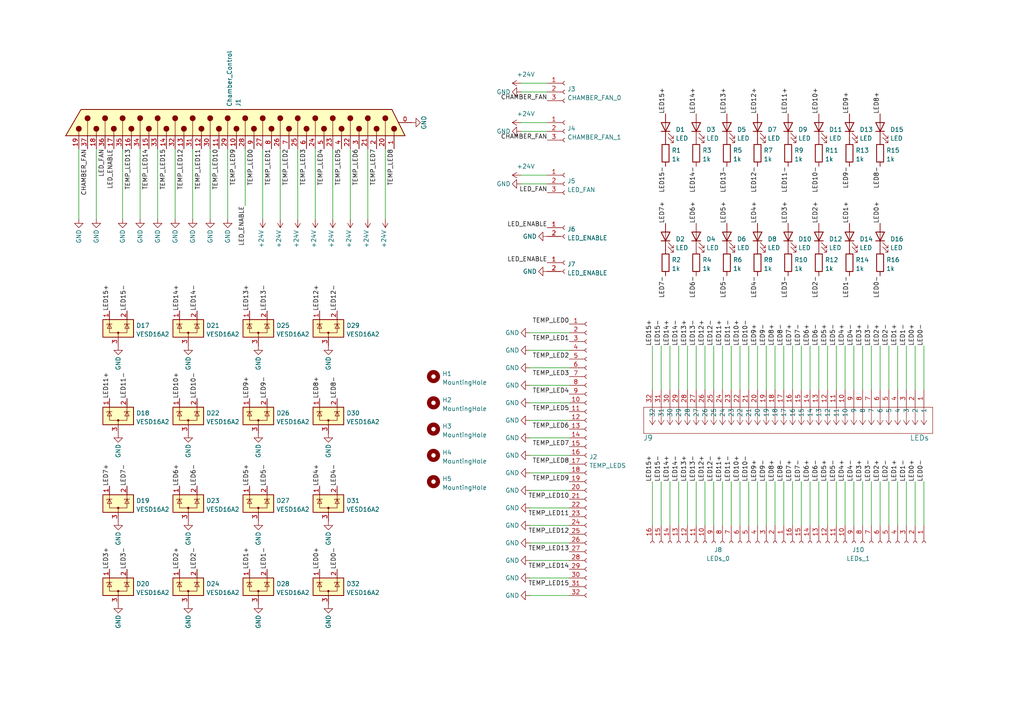
<source format=kicad_sch>
(kicad_sch (version 20211123) (generator eeschema)
  (paper "A4")
  (wire (pts (xy 66.04 43.18) (xy 66.04 63.5)))
  (wire (pts (xy 106.68 43.18) (xy 106.68 63.5)))
  (wire (pts (xy 204.47 139.7) (xy 204.47 152.4)))
  (wire (pts (xy 257.81 139.7) (xy 257.81 152.4)))
  (wire (pts (xy 214.63 100.33) (xy 214.63 113.03)))
  (wire (pts (xy 219.71 139.7) (xy 219.71 152.4)))
  (wire (pts (xy 222.25 139.7) (xy 222.25 152.4)))
  (wire (pts (xy 242.57 100.33) (xy 242.57 113.03)))
  (wire (pts (xy 153.67 137.16) (xy 165.1 137.16)))
  (wire (pts (xy 27.94 43.18) (xy 27.94 63.5)))
  (wire (pts (xy 224.79 100.33) (xy 224.79 113.03)))
  (wire (pts (xy 191.77 139.7) (xy 191.77 152.4)))
  (wire (pts (xy 60.96 43.18) (xy 60.96 63.5)))
  (wire (pts (xy 40.64 43.18) (xy 40.64 63.5)))
  (wire (pts (xy 201.93 139.7) (xy 201.93 152.4)))
  (wire (pts (xy 96.52 43.18) (xy 96.52 63.5)))
  (wire (pts (xy 153.67 116.84) (xy 165.1 116.84)))
  (wire (pts (xy 209.55 139.7) (xy 209.55 152.4)))
  (wire (pts (xy 260.35 139.7) (xy 260.35 152.4)))
  (wire (pts (xy 153.67 147.32) (xy 165.1 147.32)))
  (wire (pts (xy 199.39 139.7) (xy 199.39 152.4)))
  (wire (pts (xy 267.97 100.33) (xy 267.97 113.03)))
  (wire (pts (xy 153.67 152.4) (xy 165.1 152.4)))
  (wire (pts (xy 267.97 139.7) (xy 267.97 152.4)))
  (wire (pts (xy 207.01 139.7) (xy 207.01 152.4)))
  (wire (pts (xy 55.88 43.18) (xy 55.88 63.5)))
  (wire (pts (xy 151.13 38.1) (xy 158.75 38.1)))
  (wire (pts (xy 232.41 100.33) (xy 232.41 113.03)))
  (wire (pts (xy 35.56 43.18) (xy 35.56 63.5)))
  (wire (pts (xy 86.36 43.18) (xy 86.36 63.5)))
  (wire (pts (xy 189.23 100.33) (xy 189.23 113.03)))
  (wire (pts (xy 265.43 139.7) (xy 265.43 152.4)))
  (wire (pts (xy 217.17 139.7) (xy 217.17 152.4)))
  (wire (pts (xy 151.13 50.8) (xy 158.75 50.8)))
  (wire (pts (xy 255.27 100.33) (xy 255.27 113.03)))
  (wire (pts (xy 240.03 100.33) (xy 240.03 113.03)))
  (wire (pts (xy 262.89 100.33) (xy 262.89 113.03)))
  (wire (pts (xy 71.12 43.18) (xy 71.12 59.69)))
  (wire (pts (xy 255.27 139.7) (xy 255.27 152.4)))
  (wire (pts (xy 227.33 100.33) (xy 227.33 113.03)))
  (wire (pts (xy 153.67 172.72) (xy 165.1 172.72)))
  (wire (pts (xy 247.65 139.7) (xy 247.65 152.4)))
  (wire (pts (xy 151.13 53.34) (xy 158.75 53.34)))
  (wire (pts (xy 153.67 132.08) (xy 165.1 132.08)))
  (wire (pts (xy 240.03 139.7) (xy 240.03 152.4)))
  (wire (pts (xy 237.49 139.7) (xy 237.49 152.4)))
  (wire (pts (xy 229.87 100.33) (xy 229.87 113.03)))
  (wire (pts (xy 212.09 139.7) (xy 212.09 152.4)))
  (wire (pts (xy 151.13 24.13) (xy 158.75 24.13)))
  (wire (pts (xy 265.43 100.33) (xy 265.43 113.03)))
  (wire (pts (xy 153.67 167.64) (xy 165.1 167.64)))
  (wire (pts (xy 151.13 26.67) (xy 158.75 26.67)))
  (wire (pts (xy 222.25 100.33) (xy 222.25 113.03)))
  (wire (pts (xy 204.47 100.33) (xy 204.47 113.03)))
  (wire (pts (xy 219.71 100.33) (xy 219.71 113.03)))
  (wire (pts (xy 227.33 139.7) (xy 227.33 152.4)))
  (wire (pts (xy 189.23 139.7) (xy 189.23 152.4)))
  (wire (pts (xy 50.8 43.18) (xy 50.8 63.5)))
  (wire (pts (xy 194.31 100.33) (xy 194.31 113.03)))
  (wire (pts (xy 199.39 100.33) (xy 199.39 113.03)))
  (wire (pts (xy 250.19 139.7) (xy 250.19 152.4)))
  (wire (pts (xy 111.76 43.18) (xy 111.76 63.5)))
  (wire (pts (xy 191.77 100.33) (xy 191.77 113.03)))
  (wire (pts (xy 234.95 139.7) (xy 234.95 152.4)))
  (wire (pts (xy 153.67 121.92) (xy 165.1 121.92)))
  (wire (pts (xy 207.01 100.33) (xy 207.01 113.03)))
  (wire (pts (xy 196.85 100.33) (xy 196.85 113.03)))
  (wire (pts (xy 260.35 100.33) (xy 260.35 113.03)))
  (wire (pts (xy 252.73 100.33) (xy 252.73 113.03)))
  (wire (pts (xy 245.11 100.33) (xy 245.11 113.03)))
  (wire (pts (xy 153.67 127) (xy 165.1 127)))
  (wire (pts (xy 196.85 139.7) (xy 196.85 152.4)))
  (wire (pts (xy 224.79 139.7) (xy 224.79 152.4)))
  (wire (pts (xy 153.67 162.56) (xy 165.1 162.56)))
  (wire (pts (xy 212.09 100.33) (xy 212.09 113.03)))
  (wire (pts (xy 217.17 100.33) (xy 217.17 113.03)))
  (wire (pts (xy 237.49 100.33) (xy 237.49 113.03)))
  (wire (pts (xy 153.67 106.68) (xy 165.1 106.68)))
  (wire (pts (xy 81.28 43.18) (xy 81.28 63.5)))
  (wire (pts (xy 234.95 100.33) (xy 234.95 113.03)))
  (wire (pts (xy 229.87 139.7) (xy 229.87 152.4)))
  (wire (pts (xy 214.63 139.7) (xy 214.63 152.4)))
  (wire (pts (xy 153.67 142.24) (xy 165.1 142.24)))
  (wire (pts (xy 153.67 111.76) (xy 165.1 111.76)))
  (wire (pts (xy 232.41 139.7) (xy 232.41 152.4)))
  (wire (pts (xy 45.72 43.18) (xy 45.72 63.5)))
  (wire (pts (xy 247.65 100.33) (xy 247.65 113.03)))
  (wire (pts (xy 91.44 43.18) (xy 91.44 63.5)))
  (wire (pts (xy 250.19 100.33) (xy 250.19 113.03)))
  (wire (pts (xy 151.13 35.56) (xy 158.75 35.56)))
  (wire (pts (xy 201.93 100.33) (xy 201.93 113.03)))
  (wire (pts (xy 153.67 101.6) (xy 165.1 101.6)))
  (wire (pts (xy 262.89 139.7) (xy 262.89 152.4)))
  (wire (pts (xy 153.67 157.48) (xy 165.1 157.48)))
  (wire (pts (xy 101.6 43.18) (xy 101.6 63.5)))
  (wire (pts (xy 76.2 43.18) (xy 76.2 63.5)))
  (wire (pts (xy 22.86 43.18) (xy 22.86 63.5)))
  (wire (pts (xy 245.11 139.7) (xy 245.11 152.4)))
  (wire (pts (xy 252.73 139.7) (xy 252.73 152.4)))
  (wire (pts (xy 257.81 100.33) (xy 257.81 113.03)))
  (wire (pts (xy 242.57 139.7) (xy 242.57 152.4)))
  (wire (pts (xy 153.67 96.52) (xy 165.1 96.52)))
  (wire (pts (xy 194.31 139.7) (xy 194.31 152.4)))
  (wire (pts (xy 209.55 100.33) (xy 209.55 113.03)))
  (label "LED9-" (at 77.47 115.57 90))
  (label "TEMP_LED4" (at 93.98 43.18 270))
  (label "LED_FAN" (at 30.48 43.18 270))
  (label "TEMP_LED8" (at 165.1 134.62 180))
  (label "LED6-" (at 57.15 140.97 90))
  (label "TEMP_LED8" (at 114.3 43.18 270))
  (label "CHAMBER_FAN" (at 158.75 29.21 180))
  (label "TEMP_LED5" (at 165.1 119.38 180))
  (label "LED13-" (at 77.47 90.17 90))
  (label "TEMP_LED9" (at 165.1 139.7 180))
  (label "LED11-" (at 212.09 100.33 90))
  (label "LED3-" (at 252.73 139.7 90))
  (label "LED5+" (at 240.03 100.33 90))
  (label "LED8-" (at 227.33 139.7 90))
  (label "LED13+" (at 199.39 100.33 90))
  (label "LED12+" (at 204.47 100.33 90))
  (label "LED12-" (at 207.01 100.33 90))
  (label "LED2-" (at 257.81 100.33 90))
  (label "LED7-" (at 232.41 100.33 90))
  (label "LED11-" (at 36.83 115.57 90))
  (label "LED15+" (at 189.23 139.7 90))
  (label "LED6+" (at 52.07 140.97 90))
  (label "LED6+" (at 201.93 64.77 90))
  (label "LED1-" (at 77.47 165.1 90))
  (label "LED14+" (at 194.31 139.7 90))
  (label "TEMP_LED3" (at 88.9 43.18 270))
  (label "LED10+" (at 52.07 115.57 90))
  (label "LED14-" (at 196.85 139.7 90))
  (label "LED9+" (at 219.71 100.33 90))
  (label "LED12-" (at 207.01 139.7 90))
  (label "LED8+" (at 224.79 139.7 90))
  (label "LED3+" (at 250.19 100.33 90))
  (label "LED_FAN" (at 158.75 55.88 180))
  (label "LED10-" (at 237.49 48.26 270))
  (label "LED2+" (at 237.49 64.77 90))
  (label "LED5-" (at 210.82 80.01 270))
  (label "LED3-" (at 36.83 165.1 90))
  (label "LED8+" (at 92.71 115.57 90))
  (label "LED1+" (at 260.35 100.33 90))
  (label "LED14+" (at 52.07 90.17 90))
  (label "TEMP_LED15" (at 48.26 43.18 270))
  (label "LED14-" (at 201.93 48.26 270))
  (label "TEMP_LED10" (at 63.5 43.18 270))
  (label "TEMP_LED2" (at 83.82 43.18 270))
  (label "LED5-" (at 242.57 139.7 90))
  (label "LED9-" (at 222.25 100.33 90))
  (label "TEMP_LED14" (at 165.1 165.1 180))
  (label "TEMP_LED2" (at 165.1 104.14 180))
  (label "LED9-" (at 246.38 48.26 270))
  (label "LED_ENABLE" (at 71.12 59.69 270))
  (label "LED0+" (at 92.71 165.1 90))
  (label "LED9+" (at 72.39 115.57 90))
  (label "LED13-" (at 210.82 48.26 270))
  (label "LED2-" (at 257.81 139.7 90))
  (label "LED11+" (at 228.6 33.02 90))
  (label "TEMP_LED5" (at 99.06 43.18 270))
  (label "LED_ENABLE" (at 158.75 76.2 180))
  (label "LED1-" (at 262.89 139.7 90))
  (label "LED2+" (at 255.27 139.7 90))
  (label "LED11-" (at 228.6 48.26 270))
  (label "LED7+" (at 193.04 64.77 90))
  (label "TEMP_LED1" (at 165.1 99.06 180))
  (label "LED3-" (at 252.73 100.33 90))
  (label "LED1-" (at 246.38 80.01 270))
  (label "LED1-" (at 262.89 100.33 90))
  (label "LED12+" (at 92.71 90.17 90))
  (label "LED9+" (at 219.71 139.7 90))
  (label "LED5-" (at 77.47 140.97 90))
  (label "LED1+" (at 260.35 139.7 90))
  (label "TEMP_LED6" (at 165.1 124.46 180))
  (label "LED0-" (at 267.97 139.7 90))
  (label "TEMP_LED10" (at 165.1 144.78 180))
  (label "LED12+" (at 204.47 139.7 90))
  (label "LED3-" (at 228.6 80.01 270))
  (label "LED8-" (at 255.27 48.26 270))
  (label "TEMP_LED13" (at 165.1 160.02 180))
  (label "TEMP_LED12" (at 53.34 43.18 270))
  (label "TEMP_LED12" (at 165.1 154.94 180))
  (label "LED1+" (at 72.39 165.1 90))
  (label "LED13-" (at 201.93 139.7 90))
  (label "TEMP_LED15" (at 165.1 170.18 180))
  (label "LED6-" (at 237.49 100.33 90))
  (label "TEMP_LED1" (at 78.74 43.18 270))
  (label "TEMP_LED0" (at 73.66 43.18 270))
  (label "LED5+" (at 210.82 64.77 90))
  (label "LED11+" (at 31.75 115.57 90))
  (label "LED15-" (at 191.77 139.7 90))
  (label "LED2-" (at 57.15 165.1 90))
  (label "LED_ENABLE" (at 158.75 66.04 180))
  (label "CHAMBER_FAN" (at 25.4 43.18 270))
  (label "LED3+" (at 250.19 139.7 90))
  (label "LED4-" (at 219.71 80.01 270))
  (label "LED2-" (at 237.49 80.01 270))
  (label "LED11+" (at 209.55 100.33 90))
  (label "LED10-" (at 57.15 115.57 90))
  (label "LED2+" (at 52.07 165.1 90))
  (label "LED14-" (at 57.15 90.17 90))
  (label "LED8+" (at 224.79 100.33 90))
  (label "LED8-" (at 97.79 115.57 90))
  (label "LED7-" (at 232.41 139.7 90))
  (label "LED4+" (at 245.11 139.7 90))
  (label "LED10+" (at 214.63 100.33 90))
  (label "LED6+" (at 234.95 100.33 90))
  (label "LED14+" (at 201.93 33.02 90))
  (label "LED4+" (at 219.71 64.77 90))
  (label "LED0+" (at 255.27 64.77 90))
  (label "LED14+" (at 194.31 100.33 90))
  (label "LED7+" (at 31.75 140.97 90))
  (label "LED14-" (at 196.85 100.33 90))
  (label "LED3+" (at 228.6 64.77 90))
  (label "LED15+" (at 31.75 90.17 90))
  (label "LED7-" (at 36.83 140.97 90))
  (label "TEMP_LED14" (at 43.18 43.18 270))
  (label "LED10-" (at 217.17 100.33 90))
  (label "LED11+" (at 209.55 139.7 90))
  (label "LED8+" (at 255.27 33.02 90))
  (label "LED15+" (at 189.23 100.33 90))
  (label "LED13-" (at 201.93 100.33 90))
  (label "LED7+" (at 229.87 139.7 90))
  (label "LED2+" (at 255.27 100.33 90))
  (label "TEMP_LED11" (at 58.42 43.18 270))
  (label "TEMP_LED7" (at 165.1 129.54 180))
  (label "TEMP_LED3" (at 165.1 109.22 180))
  (label "LED15-" (at 191.77 100.33 90))
  (label "LED4+" (at 245.11 100.33 90))
  (label "LED10-" (at 217.17 139.7 90))
  (label "LED15-" (at 193.04 48.26 270))
  (label "LED9+" (at 246.38 33.02 90))
  (label "LED6-" (at 237.49 139.7 90))
  (label "LED8-" (at 227.33 100.33 90))
  (label "LED11-" (at 212.09 139.7 90))
  (label "TEMP_LED0" (at 165.1 93.98 180))
  (label "CHAMBER_FAN" (at 158.75 40.64 180))
  (label "LED10+" (at 214.63 139.7 90))
  (label "TEMP_LED6" (at 104.14 43.18 270))
  (label "TEMP_LED11" (at 165.1 149.86 180))
  (label "LED1+" (at 246.38 64.77 90))
  (label "LED12-" (at 97.79 90.17 90))
  (label "LED12-" (at 219.71 48.26 270))
  (label "TEMP_LED13" (at 38.1 43.18 270))
  (label "LED5-" (at 242.57 100.33 90))
  (label "LED_ENABLE" (at 33.02 43.18 270))
  (label "LED5+" (at 240.03 139.7 90))
  (label "LED13+" (at 210.82 33.02 90))
  (label "LED5+" (at 72.39 140.97 90))
  (label "LED4+" (at 92.71 140.97 90))
  (label "LED13+" (at 72.39 90.17 90))
  (label "LED7+" (at 229.87 100.33 90))
  (label "LED4-" (at 97.79 140.97 90))
  (label "LED3+" (at 31.75 165.1 90))
  (label "LED10+" (at 237.49 33.02 90))
  (label "LED6+" (at 234.95 139.7 90))
  (label "LED4-" (at 247.65 100.33 90))
  (label "LED0-" (at 255.27 80.01 270))
  (label "TEMP_LED9" (at 68.58 43.18 270))
  (label "LED13+" (at 199.39 139.7 90))
  (label "LED0-" (at 97.79 165.1 90))
  (label "LED15-" (at 36.83 90.17 90))
  (label "LED4-" (at 247.65 139.7 90))
  (label "LED0+" (at 265.43 139.7 90))
  (label "LED9-" (at 222.25 139.7 90))
  (label "LED0-" (at 267.97 100.33 90))
  (label "LED12+" (at 219.71 33.02 90))
  (label "TEMP_LED7" (at 109.22 43.18 270))
  (label "LED0+" (at 265.43 100.33 90))
  (label "TEMP_LED4" (at 165.1 114.3 180))
  (label "LED6-" (at 201.93 80.01 270))
  (label "LED15+" (at 193.04 33.02 90))
  (label "LED7-" (at 193.04 80.01 270))
  (symbol (lib_id "713-1436_037-000:713-1436_037-000") (at 267.97 113.03 270) (unit 1)
    (property "Reference" "J9" (at 187.96 127 90) (effects (font (size 1.524 1.524))))
    (property "Value" "LEDs" (at 266.7 127 90) (effects (font (size 1.524 1.524))))
    (property "Footprint" "custom_lib:CONN_713-1436&slash_037-000_WAG" (effects hide))
    (property "Datasheet" "713-1436/037-000" (effects hide))
  )
  (symbol (lib_id "Device:R") (at 210.82 44.45 0) (unit 1)
    (property "Reference" "R5" (at 212.598 43.6153 0) (effects (justify left)))
    (property "Value" "1k" (at 212.598 46.1522 0) (effects (justify left)))
    (property "Footprint" "Resistor_SMD:R_0603_1608Metric_Pad0.98x0.95mm_HandSolder" (effects hide))
  )
  (symbol (lib_id "Device:LED") (at 201.93 68.58 90) (unit 1)
    (property "Reference" "D4" (at 204.851 69.3328 90) (effects (justify right)))
    (property "Value" "LED" (at 204.851 71.8697 90) (effects (justify right)))
    (property "Footprint" "LED_SMD:LED_0805_2012Metric_Pad1.15x1.40mm_HandSolder" (effects hide))
  )
  (symbol (lib_id "Device:LED") (at 210.82 36.83 90) (unit 1)
    (property "Reference" "D5" (at 213.741 37.5828 90) (effects (justify right)))
    (property "Value" "LED" (at 213.741 40.1197 90) (effects (justify right)))
    (property "Footprint" "LED_SMD:LED_0805_2012Metric_Pad1.15x1.40mm_HandSolder" (effects hide))
  )
  (symbol (lib_id "power:GND") (at 95.25 175.26 0) (unit 1)
    (property "Reference" "#PWR0145" (effects hide))
    (property "Value" "GND" (at 95.25 180.34 90))
  )
  (symbol (lib_id "power:+24V") (at 76.2 63.5 180) (unit 1)
    (property "Reference" "#PWR0118" (effects hide))
    (property "Value" "+24V" (at 75.7662 66.675 90) (effects (justify left)))
  )
  (symbol (lib_id "Device:LED") (at 210.82 68.58 90) (unit 1)
    (property "Reference" "D6" (at 213.741 69.3328 90) (effects (justify right)))
    (property "Value" "LED" (at 213.741 71.8697 90) (effects (justify right)))
    (property "Footprint" "LED_SMD:LED_0805_2012Metric_Pad1.15x1.40mm_HandSolder" (effects hide))
  )
  (symbol (lib_id "power:GND") (at 74.93 100.33 0) (unit 1)
    (property "Reference" "#PWR0147" (effects hide))
    (property "Value" "GND" (at 74.93 105.41 90))
  )
  (symbol (lib_id "Device:R") (at 246.38 76.2 0) (unit 1)
    (property "Reference" "R14" (at 248.158 75.3653 0) (effects (justify left)))
    (property "Value" "1k" (at 248.158 77.9022 0) (effects (justify left)))
    (property "Footprint" "Resistor_SMD:R_0603_1608Metric_Pad0.98x0.95mm_HandSolder" (effects hide))
  )
  (symbol (lib_id "power:GND") (at 54.61 100.33 0) (unit 1)
    (property "Reference" "#PWR0148" (effects hide))
    (property "Value" "GND" (at 54.61 105.41 90))
  )
  (symbol (lib_id "Device:LED") (at 219.71 36.83 90) (unit 1)
    (property "Reference" "D7" (at 222.631 37.5828 90) (effects (justify right)))
    (property "Value" "LED" (at 222.631 40.1197 90) (effects (justify right)))
    (property "Footprint" "LED_SMD:LED_0805_2012Metric_Pad1.15x1.40mm_HandSolder" (effects hide))
  )
  (symbol (lib_id "Connector:Conn_01x16_Female") (at 209.55 157.48 270) (unit 1)
    (property "Reference" "J8" (at 208.28 159.4596 90))
    (property "Value" "LEDs_0" (at 208.28 161.9965 90))
    (property "Footprint" "Connector_PinHeader_2.54mm:PinHeader_1x16_P2.54mm_Vertical" (effects hide))
  )
  (symbol (lib_id "power:GND") (at 95.25 125.73 0) (unit 1)
    (property "Reference" "#PWR0158" (effects hide))
    (property "Value" "GND" (at 95.25 130.81 90))
  )
  (symbol (lib_id "power:+24V") (at 106.68 63.5 180) (unit 1)
    (property "Reference" "#PWR0114" (effects hide))
    (property "Value" "+24V" (at 106.2462 66.675 90) (effects (justify left)))
  )
  (symbol (lib_id "power:GND") (at 34.29 151.13 0) (unit 1)
    (property "Reference" "#PWR0152" (effects hide))
    (property "Value" "GND" (at 34.29 156.21 90))
  )
  (symbol (lib_id "power:GND") (at 54.61 175.26 0) (unit 1)
    (property "Reference" "#PWR0144" (effects hide))
    (property "Value" "GND" (at 54.61 180.34 90))
  )
  (symbol (lib_id "Device:LED") (at 193.04 68.58 90) (unit 1)
    (property "Reference" "D2" (at 195.961 69.3328 90) (effects (justify right)))
    (property "Value" "LED" (at 195.961 71.8697 90) (effects (justify right)))
    (property "Footprint" "LED_SMD:LED_0805_2012Metric_Pad1.15x1.40mm_HandSolder" (effects hide))
  )
  (symbol (lib_id "Device:LED") (at 255.27 36.83 90) (unit 1)
    (property "Reference" "D15" (at 258.191 37.5828 90) (effects (justify right)))
    (property "Value" "LED" (at 258.191 40.1197 90) (effects (justify right)))
    (property "Footprint" "LED_SMD:LED_0805_2012Metric_Pad1.15x1.40mm_HandSolder" (effects hide))
  )
  (symbol (lib_id "Power_Protection:SP0502BAHT") (at 54.61 120.65 0) (unit 1)
    (property "Reference" "D22" (at 59.817 119.8153 0) (effects (justify left)))
    (property "Value" "VESD16A2" (at 59.817 122.3522 0) (effects (justify left)))
    (property "Footprint" "Package_TO_SOT_SMD:SOT-23" (effects hide))
    (property "Datasheet" "http://www.littelfuse.com/~/media/files/littelfuse/technical%20resources/documents/data%20sheets/sp05xxba.pdf" (effects hide))
  )
  (symbol (lib_id "Mechanical:MountingHole") (at 125.73 124.46 0) (unit 1)
    (property "Reference" "H3" (at 128.27 123.6253 0) (effects (justify left)))
    (property "Value" "MountingHole" (at 128.27 126.1622 0) (effects (justify left)))
    (property "Footprint" "MountingHole:MountingHole_3.2mm_M3" (effects hide))
  )
  (symbol (lib_id "power:GND") (at 153.67 167.64 270) (unit 1)
    (property "Reference" "#PWR0131" (effects hide))
    (property "Value" "GND" (at 148.59 167.64 90))
  )
  (symbol (lib_id "power:GND") (at 153.67 111.76 270) (unit 1)
    (property "Reference" "#PWR0139" (effects hide))
    (property "Value" "GND" (at 148.59 111.76 90))
  )
  (symbol (lib_id "power:GND") (at 158.75 78.74 270) (unit 1)
    (property "Reference" "#PWR0122" (effects hide))
    (property "Value" "GND" (at 153.67 78.74 90))
  )
  (symbol (lib_id "power:GND") (at 153.67 157.48 270) (unit 1)
    (property "Reference" "#PWR0128" (effects hide))
    (property "Value" "GND" (at 148.59 157.48 90))
  )
  (symbol (lib_id "Mechanical:MountingHole") (at 125.73 132.08 0) (unit 1)
    (property "Reference" "H4" (at 128.27 131.2453 0) (effects (justify left)))
    (property "Value" "MountingHole" (at 128.27 133.7822 0) (effects (justify left)))
    (property "Footprint" "MountingHole:MountingHole_3.2mm_M3" (effects hide))
  )
  (symbol (lib_id "Device:LED") (at 246.38 36.83 90) (unit 1)
    (property "Reference" "D13" (at 249.301 37.5828 90) (effects (justify right)))
    (property "Value" "LED" (at 249.301 40.1197 90) (effects (justify right)))
    (property "Footprint" "LED_SMD:LED_0805_2012Metric_Pad1.15x1.40mm_HandSolder" (effects hide))
  )
  (symbol (lib_id "Device:LED") (at 237.49 36.83 90) (unit 1)
    (property "Reference" "D11" (at 240.411 37.5828 90) (effects (justify right)))
    (property "Value" "LED" (at 240.411 40.1197 90) (effects (justify right)))
    (property "Footprint" "LED_SMD:LED_0805_2012Metric_Pad1.15x1.40mm_HandSolder" (effects hide))
  )
  (symbol (lib_id "Power_Protection:SP0502BAHT") (at 54.61 95.25 0) (unit 1)
    (property "Reference" "D21" (at 59.817 94.4153 0) (effects (justify left)))
    (property "Value" "VESD16A2" (at 59.817 96.9522 0) (effects (justify left)))
    (property "Footprint" "Package_TO_SOT_SMD:SOT-23" (effects hide))
    (property "Datasheet" "http://www.littelfuse.com/~/media/files/littelfuse/technical%20resources/documents/data%20sheets/sp05xxba.pdf" (effects hide))
  )
  (symbol (lib_id "Device:R") (at 219.71 44.45 0) (unit 1)
    (property "Reference" "R7" (at 221.488 43.6153 0) (effects (justify left)))
    (property "Value" "1k" (at 221.488 46.1522 0) (effects (justify left)))
    (property "Footprint" "Resistor_SMD:R_0603_1608Metric_Pad0.98x0.95mm_HandSolder" (effects hide))
  )
  (symbol (lib_id "power:GND") (at 151.13 53.34 270) (unit 1)
    (property "Reference" "#PWR0119" (effects hide))
    (property "Value" "GND" (at 146.05 53.34 90))
  )
  (symbol (lib_id "Power_Protection:SP0502BAHT") (at 34.29 120.65 0) (unit 1)
    (property "Reference" "D18" (at 39.497 119.8153 0) (effects (justify left)))
    (property "Value" "VESD16A2" (at 39.497 122.3522 0) (effects (justify left)))
    (property "Footprint" "Package_TO_SOT_SMD:SOT-23" (effects hide))
    (property "Datasheet" "http://www.littelfuse.com/~/media/files/littelfuse/technical%20resources/documents/data%20sheets/sp05xxba.pdf" (effects hide))
  )
  (symbol (lib_id "power:GND") (at 45.72 63.5 0) (unit 1)
    (property "Reference" "#PWR0107" (effects hide))
    (property "Value" "GND" (at 45.72 68.58 90))
  )
  (symbol (lib_id "power:GND") (at 119.38 35.56 90) (unit 1)
    (property "Reference" "#PWR0108" (effects hide))
    (property "Value" "GND" (at 122.9558 35.56 0))
  )
  (symbol (lib_id "power:GND") (at 153.67 172.72 270) (unit 1)
    (property "Reference" "#PWR0130" (effects hide))
    (property "Value" "GND" (at 148.59 172.72 90))
  )
  (symbol (lib_id "power:+24V") (at 151.13 24.13 90) (unit 1)
    (property "Reference" "#PWR0126" (effects hide))
    (property "Value" "+24V" (at 149.86 21.59 90) (effects (justify right)))
  )
  (symbol (lib_id "Power_Protection:SP0502BAHT") (at 34.29 170.18 0) (unit 1)
    (property "Reference" "D20" (at 39.497 169.3453 0) (effects (justify left)))
    (property "Value" "VESD16A2" (at 39.497 171.8822 0) (effects (justify left)))
    (property "Footprint" "Package_TO_SOT_SMD:SOT-23" (effects hide))
    (property "Datasheet" "http://www.littelfuse.com/~/media/files/littelfuse/technical%20resources/documents/data%20sheets/sp05xxba.pdf" (effects hide))
  )
  (symbol (lib_id "power:GND") (at 54.61 151.13 0) (unit 1)
    (property "Reference" "#PWR0153" (effects hide))
    (property "Value" "GND" (at 54.61 156.21 90))
  )
  (symbol (lib_id "Connector:Conn_01x03_Female") (at 163.83 38.1 0) (unit 1)
    (property "Reference" "J4" (at 164.5412 37.2653 0) (effects (justify left)))
    (property "Value" "CHAMBER_FAN_1" (at 164.5412 39.8022 0) (effects (justify left)))
    (property "Footprint" "Connector_PinHeader_2.54mm:PinHeader_1x03_P2.54mm_Vertical" (effects hide))
  )
  (symbol (lib_id "power:GND") (at 74.93 125.73 0) (unit 1)
    (property "Reference" "#PWR0149" (effects hide))
    (property "Value" "GND" (at 74.93 130.81 90))
  )
  (symbol (lib_id "Device:R") (at 228.6 76.2 0) (unit 1)
    (property "Reference" "R10" (at 230.378 75.3653 0) (effects (justify left)))
    (property "Value" "1k" (at 230.378 77.9022 0) (effects (justify left)))
    (property "Footprint" "Resistor_SMD:R_0603_1608Metric_Pad0.98x0.95mm_HandSolder" (effects hide))
  )
  (symbol (lib_id "power:GND") (at 153.67 106.68 270) (unit 1)
    (property "Reference" "#PWR0142" (effects hide))
    (property "Value" "GND" (at 148.59 106.68 90))
  )
  (symbol (lib_id "power:GND") (at 40.64 63.5 0) (unit 1)
    (property "Reference" "#PWR0105" (effects hide))
    (property "Value" "GND" (at 40.64 68.58 90))
  )
  (symbol (lib_id "power:GND") (at 95.25 151.13 0) (unit 1)
    (property "Reference" "#PWR0151" (effects hide))
    (property "Value" "GND" (at 95.25 156.21 90))
  )
  (symbol (lib_id "power:GND") (at 66.04 63.5 0) (unit 1)
    (property "Reference" "#PWR0110" (effects hide))
    (property "Value" "GND" (at 66.04 68.58 90))
  )
  (symbol (lib_id "power:GND") (at 22.86 63.5 0) (unit 1)
    (property "Reference" "#PWR0102" (effects hide))
    (property "Value" "GND" (at 22.86 68.58 90))
  )
  (symbol (lib_id "power:GND") (at 153.67 96.52 270) (unit 1)
    (property "Reference" "#PWR0140" (effects hide))
    (property "Value" "GND" (at 148.59 96.52 90))
  )
  (symbol (lib_id "Connector:Conn_01x02_Female") (at 163.83 76.2 0) (unit 1)
    (property "Reference" "J7" (at 164.5412 76.6353 0) (effects (justify left)))
    (property "Value" "LED_ENABLE" (at 164.5412 79.1722 0) (effects (justify left)))
    (property "Footprint" "Connector_PinHeader_2.54mm:PinHeader_1x02_P2.54mm_Vertical" (effects hide))
  )
  (symbol (lib_id "power:GND") (at 153.67 142.24 270) (unit 1)
    (property "Reference" "#PWR0133" (effects hide))
    (property "Value" "GND" (at 148.59 142.24 90))
  )
  (symbol (lib_id "power:GND") (at 151.13 38.1 270) (unit 1)
    (property "Reference" "#PWR0124" (effects hide))
    (property "Value" "GND" (at 146.05 38.1 90))
  )
  (symbol (lib_id "power:GND") (at 27.94 63.5 0) (unit 1)
    (property "Reference" "#PWR0101" (effects hide))
    (property "Value" "GND" (at 27.94 68.58 90))
  )
  (symbol (lib_id "Device:LED") (at 246.38 68.58 90) (unit 1)
    (property "Reference" "D14" (at 249.301 69.3328 90) (effects (justify right)))
    (property "Value" "LED" (at 249.301 71.8697 90) (effects (justify right)))
    (property "Footprint" "LED_SMD:LED_0805_2012Metric_Pad1.15x1.40mm_HandSolder" (effects hide))
  )
  (symbol (lib_id "Power_Protection:SP0502BAHT") (at 74.93 95.25 0) (unit 1)
    (property "Reference" "D25" (at 80.137 94.4153 0) (effects (justify left)))
    (property "Value" "VESD16A2" (at 80.137 96.9522 0) (effects (justify left)))
    (property "Footprint" "Package_TO_SOT_SMD:SOT-23" (effects hide))
    (property "Datasheet" "http://www.littelfuse.com/~/media/files/littelfuse/technical%20resources/documents/data%20sheets/sp05xxba.pdf" (effects hide))
  )
  (symbol (lib_id "power:GND") (at 35.56 63.5 0) (unit 1)
    (property "Reference" "#PWR0103" (effects hide))
    (property "Value" "GND" (at 35.56 68.58 90))
  )
  (symbol (lib_id "Mechanical:MountingHole") (at 125.73 116.84 0) (unit 1)
    (property "Reference" "H2" (at 128.27 116.0053 0) (effects (justify left)))
    (property "Value" "MountingHole" (at 128.27 118.5422 0) (effects (justify left)))
    (property "Footprint" "MountingHole:MountingHole_3.2mm_M3" (effects hide))
  )
  (symbol (lib_id "Power_Protection:SP0502BAHT") (at 34.29 146.05 0) (unit 1)
    (property "Reference" "D19" (at 39.497 145.2153 0) (effects (justify left)))
    (property "Value" "VESD16A2" (at 39.497 147.7522 0) (effects (justify left)))
    (property "Footprint" "Package_TO_SOT_SMD:SOT-23" (effects hide))
    (property "Datasheet" "http://www.littelfuse.com/~/media/files/littelfuse/technical%20resources/documents/data%20sheets/sp05xxba.pdf" (effects hide))
  )
  (symbol (lib_id "power:GND") (at 151.13 26.67 270) (unit 1)
    (property "Reference" "#PWR0125" (effects hide))
    (property "Value" "GND" (at 146.05 26.67 90))
  )
  (symbol (lib_id "Power_Protection:SP0502BAHT") (at 54.61 170.18 0) (unit 1)
    (property "Reference" "D24" (at 59.817 169.3453 0) (effects (justify left)))
    (property "Value" "VESD16A2" (at 59.817 171.8822 0) (effects (justify left)))
    (property "Footprint" "Package_TO_SOT_SMD:SOT-23" (effects hide))
    (property "Datasheet" "http://www.littelfuse.com/~/media/files/littelfuse/technical%20resources/documents/data%20sheets/sp05xxba.pdf" (effects hide))
  )
  (symbol (lib_id "Mechanical:MountingHole") (at 125.73 139.7 0) (unit 1)
    (property "Reference" "H5" (at 128.27 138.8653 0) (effects (justify left)))
    (property "Value" "MountingHole" (at 128.27 141.4022 0) (effects (justify left)))
    (property "Footprint" "MountingHole:MountingHole_3.2mm_M3" (effects hide))
  )
  (symbol (lib_id "power:GND") (at 153.67 101.6 270) (unit 1)
    (property "Reference" "#PWR0141" (effects hide))
    (property "Value" "GND" (at 148.59 101.6 90))
  )
  (symbol (lib_id "power:GND") (at 153.67 127 270) (unit 1)
    (property "Reference" "#PWR0137" (effects hide))
    (property "Value" "GND" (at 148.59 127 90))
  )
  (symbol (lib_id "power:GND") (at 34.29 100.33 0) (unit 1)
    (property "Reference" "#PWR0155" (effects hide))
    (property "Value" "GND" (at 34.29 105.41 90))
  )
  (symbol (lib_id "Connector:Conn_01x16_Female") (at 250.19 157.48 270) (unit 1)
    (property "Reference" "J10" (at 248.92 159.4596 90))
    (property "Value" "LEDs_1" (at 248.92 161.9965 90))
    (property "Footprint" "Connector_PinHeader_2.54mm:PinHeader_1x16_P2.54mm_Vertical" (effects hide))
  )
  (symbol (lib_id "Device:LED") (at 255.27 68.58 90) (unit 1)
    (property "Reference" "D16" (at 258.191 69.3328 90) (effects (justify right)))
    (property "Value" "LED" (at 258.191 71.8697 90) (effects (justify right)))
    (property "Footprint" "LED_SMD:LED_0805_2012Metric_Pad1.15x1.40mm_HandSolder" (effects hide))
  )
  (symbol (lib_id "power:GND") (at 50.8 63.5 0) (unit 1)
    (property "Reference" "#PWR0106" (effects hide))
    (property "Value" "GND" (at 50.8 68.58 90))
  )
  (symbol (lib_id "power:GND") (at 153.67 132.08 270) (unit 1)
    (property "Reference" "#PWR0134" (effects hide))
    (property "Value" "GND" (at 148.59 132.08 90))
  )
  (symbol (lib_id "Power_Protection:SP0502BAHT") (at 74.93 170.18 0) (unit 1)
    (property "Reference" "D28" (at 80.137 169.3453 0) (effects (justify left)))
    (property "Value" "VESD16A2" (at 80.137 171.8822 0) (effects (justify left)))
    (property "Footprint" "Package_TO_SOT_SMD:SOT-23" (effects hide))
    (property "Datasheet" "http://www.littelfuse.com/~/media/files/littelfuse/technical%20resources/documents/data%20sheets/sp05xxba.pdf" (effects hide))
  )
  (symbol (lib_id "Device:R") (at 193.04 44.45 0) (unit 1)
    (property "Reference" "R1" (at 194.818 43.6153 0) (effects (justify left)))
    (property "Value" "1k" (at 194.818 46.1522 0) (effects (justify left)))
    (property "Footprint" "Resistor_SMD:R_0603_1608Metric_Pad0.98x0.95mm_HandSolder" (effects hide))
  )
  (symbol (lib_id "power:GND") (at 153.67 121.92 270) (unit 1)
    (property "Reference" "#PWR0138" (effects hide))
    (property "Value" "GND" (at 148.59 121.92 90))
  )
  (symbol (lib_id "Device:R") (at 219.71 76.2 0) (unit 1)
    (property "Reference" "R8" (at 221.488 75.3653 0) (effects (justify left)))
    (property "Value" "1k" (at 221.488 77.9022 0) (effects (justify left)))
    (property "Footprint" "Resistor_SMD:R_0603_1608Metric_Pad0.98x0.95mm_HandSolder" (effects hide))
  )
  (symbol (lib_id "power:GND") (at 55.88 63.5 0) (unit 1)
    (property "Reference" "#PWR0104" (effects hide))
    (property "Value" "GND" (at 55.88 68.58 90))
  )
  (symbol (lib_id "Power_Protection:SP0502BAHT") (at 54.61 146.05 0) (unit 1)
    (property "Reference" "D23" (at 59.817 145.2153 0) (effects (justify left)))
    (property "Value" "VESD16A2" (at 59.817 147.7522 0) (effects (justify left)))
    (property "Footprint" "Package_TO_SOT_SMD:SOT-23" (effects hide))
    (property "Datasheet" "http://www.littelfuse.com/~/media/files/littelfuse/technical%20resources/documents/data%20sheets/sp05xxba.pdf" (effects hide))
  )
  (symbol (lib_id "Device:LED") (at 193.04 36.83 90) (unit 1)
    (property "Reference" "D1" (at 195.961 37.5828 90) (effects (justify right)))
    (property "Value" "LED" (at 195.961 40.1197 90) (effects (justify right)))
    (property "Footprint" "LED_SMD:LED_0805_2012Metric_Pad1.15x1.40mm_HandSolder" (effects hide))
  )
  (symbol (lib_id "Device:R") (at 201.93 76.2 0) (unit 1)
    (property "Reference" "R4" (at 203.708 75.3653 0) (effects (justify left)))
    (property "Value" "1k" (at 203.708 77.9022 0) (effects (justify left)))
    (property "Footprint" "Resistor_SMD:R_0603_1608Metric_Pad0.98x0.95mm_HandSolder" (effects hide))
  )
  (symbol (lib_id "power:GND") (at 153.67 147.32 270) (unit 1)
    (property "Reference" "#PWR0132" (effects hide))
    (property "Value" "GND" (at 148.59 147.32 90))
  )
  (symbol (lib_id "power:+24V") (at 151.13 50.8 90) (unit 1)
    (property "Reference" "#PWR0120" (effects hide))
    (property "Value" "+24V" (at 149.86 48.26 90) (effects (justify right)))
  )
  (symbol (lib_id "Device:R") (at 255.27 76.2 0) (unit 1)
    (property "Reference" "R16" (at 257.048 75.3653 0) (effects (justify left)))
    (property "Value" "1k" (at 257.048 77.9022 0) (effects (justify left)))
    (property "Footprint" "Resistor_SMD:R_0603_1608Metric_Pad0.98x0.95mm_HandSolder" (effects hide))
  )
  (symbol (lib_id "power:+24V") (at 151.13 35.56 90) (unit 1)
    (property "Reference" "#PWR0123" (effects hide))
    (property "Value" "+24V" (at 149.86 33.02 90) (effects (justify right)))
  )
  (symbol (lib_id "Connector:DB37_Male_MountingHoles") (at 68.58 35.56 90) (unit 1)
    (property "Reference" "J1" (at 69.0972 30.9881 0) (effects (justify left)))
    (property "Value" "Chamber_Control" (at 66.5603 30.9881 0) (effects (justify left)))
    (property "Footprint" "Connector_Dsub:DSUB-37_Female_Horizontal_P2.77x2.84mm_EdgePinOffset7.70mm_Housed_MountingHolesOffset9.12mm" (effects hide))
    (property "Datasheet" " ~" (effects hide))
  )
  (symbol (lib_id "Device:R") (at 210.82 76.2 0) (unit 1)
    (property "Reference" "R6" (at 212.598 75.3653 0) (effects (justify left)))
    (property "Value" "1k" (at 212.598 77.9022 0) (effects (justify left)))
    (property "Footprint" "Resistor_SMD:R_0603_1608Metric_Pad0.98x0.95mm_HandSolder" (effects hide))
  )
  (symbol (lib_id "Device:R") (at 201.93 44.45 0) (unit 1)
    (property "Reference" "R3" (at 203.708 43.6153 0) (effects (justify left)))
    (property "Value" "1k" (at 203.708 46.1522 0) (effects (justify left)))
    (property "Footprint" "Resistor_SMD:R_0603_1608Metric_Pad0.98x0.95mm_HandSolder" (effects hide))
  )
  (symbol (lib_id "Power_Protection:SP0502BAHT") (at 74.93 146.05 0) (unit 1)
    (property "Reference" "D27" (at 80.137 145.2153 0) (effects (justify left)))
    (property "Value" "VESD16A2" (at 80.137 147.7522 0) (effects (justify left)))
    (property "Footprint" "Package_TO_SOT_SMD:SOT-23" (effects hide))
    (property "Datasheet" "http://www.littelfuse.com/~/media/files/littelfuse/technical%20resources/documents/data%20sheets/sp05xxba.pdf" (effects hide))
  )
  (symbol (lib_id "Connector:Conn_01x32_Female") (at 170.18 132.08 0) (unit 1)
    (property "Reference" "J2" (at 170.8912 132.5153 0) (effects (justify left)))
    (property "Value" "TEMP_LEDS" (at 170.8912 135.0522 0) (effects (justify left)))
    (property "Footprint" "Connector_PinHeader_2.54mm:PinHeader_2x16_P2.54mm_Vertical" (effects hide))
  )
  (symbol (lib_id "Device:R") (at 255.27 44.45 0) (unit 1)
    (property "Reference" "R15" (at 257.048 43.6153 0) (effects (justify left)))
    (property "Value" "1k" (at 257.048 46.1522 0) (effects (justify left)))
    (property "Footprint" "Resistor_SMD:R_0603_1608Metric_Pad0.98x0.95mm_HandSolder" (effects hide))
  )
  (symbol (lib_id "power:GND") (at 153.67 116.84 270) (unit 1)
    (property "Reference" "#PWR0136" (effects hide))
    (property "Value" "GND" (at 148.59 116.84 90))
  )
  (symbol (lib_id "Connector:Conn_01x03_Female") (at 163.83 26.67 0) (unit 1)
    (property "Reference" "J3" (at 164.5412 25.8353 0) (effects (justify left)))
    (property "Value" "CHAMBER_FAN_0" (at 164.5412 28.3722 0) (effects (justify left)))
    (property "Footprint" "Connector_PinHeader_2.54mm:PinHeader_1x03_P2.54mm_Vertical" (effects hide))
  )
  (symbol (lib_id "power:GND") (at 34.29 175.26 0) (unit 1)
    (property "Reference" "#PWR0143" (effects hide))
    (property "Value" "GND" (at 34.29 180.34 90))
  )
  (symbol (lib_id "power:GND") (at 158.75 68.58 270) (unit 1)
    (property "Reference" "#PWR0121" (effects hide))
    (property "Value" "GND" (at 153.67 68.58 90))
  )
  (symbol (lib_id "power:+24V") (at 101.6 63.5 180) (unit 1)
    (property "Reference" "#PWR0111" (effects hide))
    (property "Value" "+24V" (at 101.1662 66.675 90) (effects (justify left)))
  )
  (symbol (lib_id "power:GND") (at 34.29 125.73 0) (unit 1)
    (property "Reference" "#PWR0154" (effects hide))
    (property "Value" "GND" (at 34.29 130.81 90))
  )
  (symbol (lib_id "Power_Protection:SP0502BAHT") (at 95.25 95.25 0) (unit 1)
    (property "Reference" "D29" (at 100.457 94.4153 0) (effects (justify left)))
    (property "Value" "VESD16A2" (at 100.457 96.9522 0) (effects (justify left)))
    (property "Footprint" "Package_TO_SOT_SMD:SOT-23" (effects hide))
    (property "Datasheet" "http://www.littelfuse.com/~/media/files/littelfuse/technical%20resources/documents/data%20sheets/sp05xxba.pdf" (effects hide))
  )
  (symbol (lib_id "power:+24V") (at 86.36 63.5 180) (unit 1)
    (property "Reference" "#PWR0115" (effects hide))
    (property "Value" "+24V" (at 85.9262 66.675 90) (effects (justify left)))
  )
  (symbol (lib_id "Device:R") (at 228.6 44.45 0) (unit 1)
    (property "Reference" "R9" (at 230.378 43.6153 0) (effects (justify left)))
    (property "Value" "1k" (at 230.378 46.1522 0) (effects (justify left)))
    (property "Footprint" "Resistor_SMD:R_0603_1608Metric_Pad0.98x0.95mm_HandSolder" (effects hide))
  )
  (symbol (lib_id "power:GND") (at 153.67 152.4 270) (unit 1)
    (property "Reference" "#PWR0127" (effects hide))
    (property "Value" "GND" (at 148.59 152.4 90))
  )
  (symbol (lib_id "power:+24V") (at 96.52 63.5 180) (unit 1)
    (property "Reference" "#PWR0112" (effects hide))
    (property "Value" "+24V" (at 96.0862 66.675 90) (effects (justify left)))
  )
  (symbol (lib_id "power:GND") (at 60.96 63.5 0) (unit 1)
    (property "Reference" "#PWR0109" (effects hide))
    (property "Value" "GND" (at 60.96 68.58 90))
  )
  (symbol (lib_id "Connector:Conn_01x02_Female") (at 163.83 66.04 0) (unit 1)
    (property "Reference" "J6" (at 164.5412 66.4753 0) (effects (justify left)))
    (property "Value" "LED_ENABLE" (at 164.5412 69.0122 0) (effects (justify left)))
    (property "Footprint" "Connector_PinHeader_2.54mm:PinHeader_1x02_P2.54mm_Vertical" (effects hide))
  )
  (symbol (lib_id "Mechanical:MountingHole") (at 125.73 109.22 0) (unit 1)
    (property "Reference" "H1" (at 128.27 108.3853 0) (effects (justify left)))
    (property "Value" "MountingHole" (at 128.27 110.9222 0) (effects (justify left)))
    (property "Footprint" "MountingHole:MountingHole_3.2mm_M3" (effects hide))
  )
  (symbol (lib_id "Device:LED") (at 201.93 36.83 90) (unit 1)
    (property "Reference" "D3" (at 204.851 37.5828 90) (effects (justify right)))
    (property "Value" "LED" (at 204.851 40.1197 90) (effects (justify right)))
    (property "Footprint" "LED_SMD:LED_0805_2012Metric_Pad1.15x1.40mm_HandSolder" (effects hide))
  )
  (symbol (lib_id "power:GND") (at 74.93 175.26 0) (unit 1)
    (property "Reference" "#PWR0146" (effects hide))
    (property "Value" "GND" (at 74.93 180.34 90))
  )
  (symbol (lib_id "Device:R") (at 237.49 76.2 0) (unit 1)
    (property "Reference" "R12" (at 239.268 75.3653 0) (effects (justify left)))
    (property "Value" "1k" (at 239.268 77.9022 0) (effects (justify left)))
    (property "Footprint" "Resistor_SMD:R_0603_1608Metric_Pad0.98x0.95mm_HandSolder" (effects hide))
  )
  (symbol (lib_id "power:+24V") (at 91.44 63.5 180) (unit 1)
    (property "Reference" "#PWR0117" (effects hide))
    (property "Value" "+24V" (at 91.0062 66.675 90) (effects (justify left)))
  )
  (symbol (lib_id "Device:LED") (at 228.6 36.83 90) (unit 1)
    (property "Reference" "D9" (at 231.521 37.5828 90) (effects (justify right)))
    (property "Value" "LED" (at 231.521 40.1197 90) (effects (justify right)))
    (property "Footprint" "LED_SMD:LED_0805_2012Metric_Pad1.15x1.40mm_HandSolder" (effects hide))
  )
  (symbol (lib_id "Device:LED") (at 237.49 68.58 90) (unit 1)
    (property "Reference" "D12" (at 240.411 69.3328 90) (effects (justify right)))
    (property "Value" "LED" (at 240.411 71.8697 90) (effects (justify right)))
    (property "Footprint" "LED_SMD:LED_0805_2012Metric_Pad1.15x1.40mm_HandSolder" (effects hide))
  )
  (symbol (lib_id "Device:LED") (at 219.71 68.58 90) (unit 1)
    (property "Reference" "D8" (at 222.631 69.3328 90) (effects (justify right)))
    (property "Value" "LED" (at 222.631 71.8697 90) (effects (justify right)))
    (property "Footprint" "LED_SMD:LED_0805_2012Metric_Pad1.15x1.40mm_HandSolder" (effects hide))
  )
  (symbol (lib_id "Device:R") (at 193.04 76.2 0) (unit 1)
    (property "Reference" "R2" (at 194.818 75.3653 0) (effects (justify left)))
    (property "Value" "1k" (at 194.818 77.9022 0) (effects (justify left)))
    (property "Footprint" "Resistor_SMD:R_0603_1608Metric_Pad0.98x0.95mm_HandSolder" (effects hide))
  )
  (symbol (lib_id "Power_Protection:SP0502BAHT") (at 34.29 95.25 0) (unit 1)
    (property "Reference" "D17" (at 39.497 94.4153 0) (effects (justify left)))
    (property "Value" "VESD16A2" (at 39.497 96.9522 0) (effects (justify left)))
    (property "Footprint" "Package_TO_SOT_SMD:SOT-23" (effects hide))
    (property "Datasheet" "http://www.littelfuse.com/~/media/files/littelfuse/technical%20resources/documents/data%20sheets/sp05xxba.pdf" (effects hide))
  )
  (symbol (lib_id "power:+24V") (at 111.76 63.5 180) (unit 1)
    (property "Reference" "#PWR0113" (effects hide))
    (property "Value" "+24V" (at 111.3262 66.675 90) (effects (justify left)))
  )
  (symbol (lib_id "power:+24V") (at 81.28 63.5 180) (unit 1)
    (property "Reference" "#PWR0116" (effects hide))
    (property "Value" "+24V" (at 80.8462 66.675 90) (effects (justify left)))
  )
  (symbol (lib_id "Device:R") (at 237.49 44.45 0) (unit 1)
    (property "Reference" "R11" (at 239.268 43.6153 0) (effects (justify left)))
    (property "Value" "1k" (at 239.268 46.1522 0) (effects (justify left)))
    (property "Footprint" "Resistor_SMD:R_0603_1608Metric_Pad0.98x0.95mm_HandSolder" (effects hide))
  )
  (symbol (lib_id "Device:R") (at 246.38 44.45 0) (unit 1)
    (property "Reference" "R13" (at 248.158 43.6153 0) (effects (justify left)))
    (property "Value" "1k" (at 248.158 46.1522 0) (effects (justify left)))
    (property "Footprint" "Resistor_SMD:R_0603_1608Metric_Pad0.98x0.95mm_HandSolder" (effects hide))
  )
  (symbol (lib_id "Connector:Conn_01x03_Female") (at 163.83 53.34 0) (unit 1)
    (property "Reference" "J5" (at 164.5412 52.5053 0) (effects (justify left)))
    (property "Value" "LED_FAN" (at 164.5412 55.0422 0) (effects (justify left)))
    (property "Footprint" "Connector_PinHeader_2.54mm:PinHeader_1x03_P2.54mm_Vertical" (effects hide))
  )
  (symbol (lib_id "Power_Protection:SP0502BAHT") (at 95.25 146.05 0) (unit 1)
    (property "Reference" "D31" (at 100.457 145.2153 0) (effects (justify left)))
    (property "Value" "VESD16A2" (at 100.457 147.7522 0) (effects (justify left)))
    (property "Footprint" "Package_TO_SOT_SMD:SOT-23" (effects hide))
    (property "Datasheet" "http://www.littelfuse.com/~/media/files/littelfuse/technical%20resources/documents/data%20sheets/sp05xxba.pdf" (effects hide))
  )
  (symbol (lib_id "power:GND") (at 153.67 137.16 270) (unit 1)
    (property "Reference" "#PWR0135" (effects hide))
    (property "Value" "GND" (at 148.59 137.16 90))
  )
  (symbol (lib_id "Power_Protection:SP0502BAHT") (at 95.25 120.65 0) (unit 1)
    (property "Reference" "D30" (at 100.457 119.8153 0) (effects (justify left)))
    (property "Value" "VESD16A2" (at 100.457 122.3522 0) (effects (justify left)))
    (property "Footprint" "Package_TO_SOT_SMD:SOT-23" (effects hide))
    (property "Datasheet" "http://www.littelfuse.com/~/media/files/littelfuse/technical%20resources/documents/data%20sheets/sp05xxba.pdf" (effects hide))
  )
  (symbol (lib_id "Device:LED") (at 228.6 68.58 90) (unit 1)
    (property "Reference" "D10" (at 231.521 69.3328 90) (effects (justify right)))
    (property "Value" "LED" (at 231.521 71.8697 90) (effects (justify right)))
    (property "Footprint" "LED_SMD:LED_0805_2012Metric_Pad1.15x1.40mm_HandSolder" (effects hide))
  )
  (symbol (lib_id "power:GND") (at 95.25 100.33 0) (unit 1)
    (property "Reference" "#PWR0157" (effects hide))
    (property "Value" "GND" (at 95.25 105.41 90))
  )
  (symbol (lib_id "Power_Protection:SP0502BAHT") (at 95.25 170.18 0) (unit 1)
    (property "Reference" "D32" (at 100.457 169.3453 0) (effects (justify left)))
    (property "Value" "VESD16A2" (at 100.457 171.8822 0) (effects (justify left)))
    (property "Footprint" "Package_TO_SOT_SMD:SOT-23" (effects hide))
    (property "Datasheet" "http://www.littelfuse.com/~/media/files/littelfuse/technical%20resources/documents/data%20sheets/sp05xxba.pdf" (effects hide))
  )
  (symbol (lib_id "power:GND") (at 153.67 162.56 270) (unit 1)
    (property "Reference" "#PWR0129" (effects hide))
    (property "Value" "GND" (at 148.59 162.56 90))
  )
  (symbol (lib_id "Power_Protection:SP0502BAHT") (at 74.93 120.65 0) (unit 1)
    (property "Reference" "D26" (at 80.137 119.8153 0) (effects (justify left)))
    (property "Value" "VESD16A2" (at 80.137 122.3522 0) (effects (justify left)))
    (property "Footprint" "Package_TO_SOT_SMD:SOT-23" (effects hide))
    (property "Datasheet" "http://www.littelfuse.com/~/media/files/littelfuse/technical%20resources/documents/data%20sheets/sp05xxba.pdf" (effects hide))
  )
  (symbol (lib_id "power:GND") (at 54.61 125.73 0) (unit 1)
    (property "Reference" "#PWR0156" (effects hide))
    (property "Value" "GND" (at 54.61 130.81 90))
  )
  (symbol (lib_id "power:GND") (at 74.93 151.13 0) (unit 1)
    (property "Reference" "#PWR0150" (effects hide))
    (property "Value" "GND" (at 74.93 156.21 90))
  )
)
</source>
